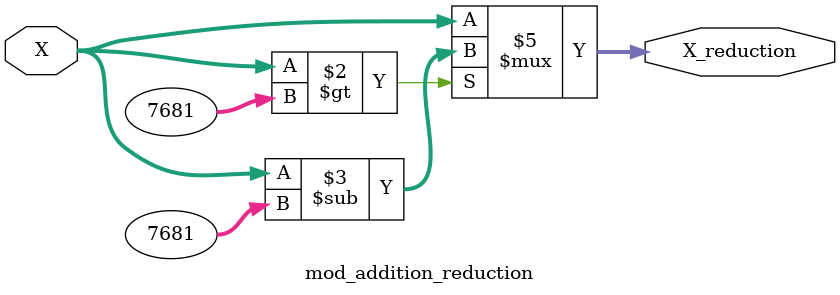
<source format=v>
module mod_addition_reduction #(parameter data_size = 64 , prime_number = 7681)
(
	input  signed[data_size-1:0] X,
    output reg  [data_size-1:0] X_reduction
);

always @ (*) begin
	if (X>prime_number) begin
		X_reduction = X - prime_number ;
	end
	else begin
		X_reduction = X ;
	end
end

endmodule
</source>
